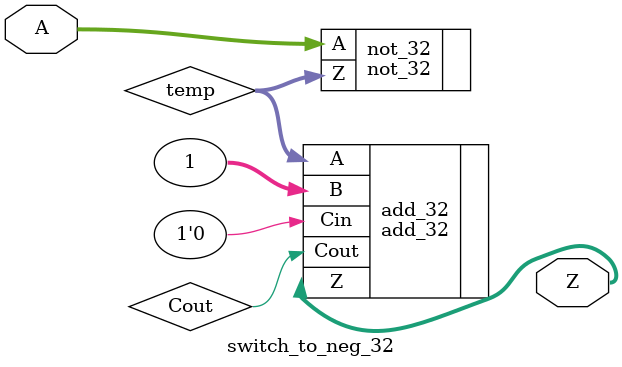
<source format=v>
module switch_to_neg_32(input[31:0] A, output[31:0] Z);
	// just performing 2's complement
	wire [31:0] temp;
	wire Cout;
	not_32 not_32(.A(A), .Z(temp));
	add_32 add_32(.A(temp), .B(32'd1), .Cin(1'b0), .Z(Z), .Cout(Cout));
endmodule 
</source>
